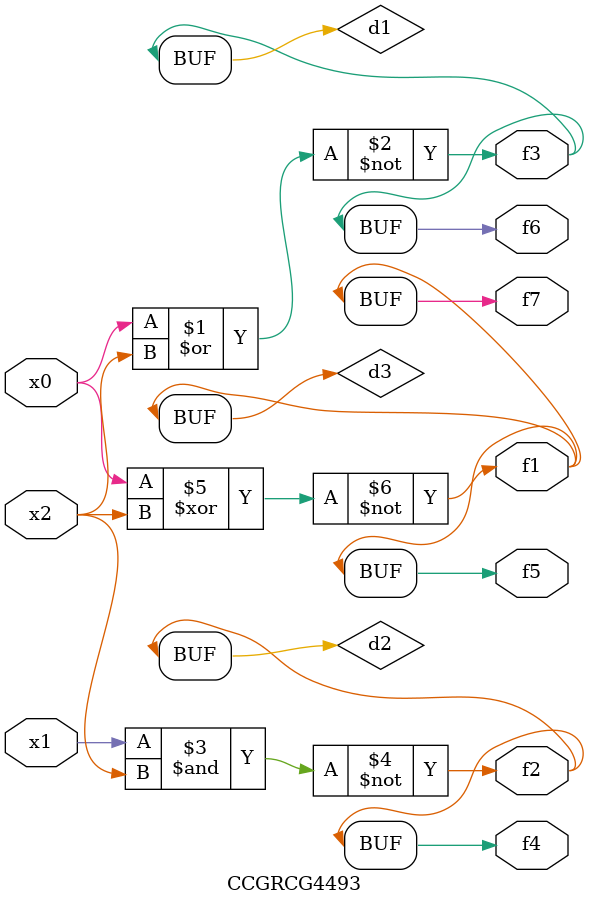
<source format=v>
module CCGRCG4493(
	input x0, x1, x2,
	output f1, f2, f3, f4, f5, f6, f7
);

	wire d1, d2, d3;

	nor (d1, x0, x2);
	nand (d2, x1, x2);
	xnor (d3, x0, x2);
	assign f1 = d3;
	assign f2 = d2;
	assign f3 = d1;
	assign f4 = d2;
	assign f5 = d3;
	assign f6 = d1;
	assign f7 = d3;
endmodule

</source>
